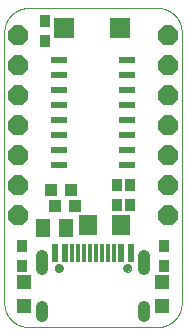
<source format=gts>
G04 EAGLE Gerber RS-274X export*
G75*
%MOMM*%
%FSLAX34Y34*%
%LPD*%
%INSolder Mask top*%
%IPPOS*%
%AMOC8*
5,1,8,0,0,1.08239X$1,22.5*%
G01*
%ADD10C,0.000000*%
%ADD11P,1.814519X8X202.500000*%
%ADD12R,0.900000X1.000000*%
%ADD13R,1.400000X0.600000*%
%ADD14R,0.300000X1.500000*%
%ADD15R,0.600000X1.500000*%
%ADD16C,0.650000*%
%ADD17C,1.000000*%
%ADD18R,1.600000X1.800000*%
%ADD19R,1.100000X1.000000*%
%ADD20R,1.300000X1.500000*%
%ADD21R,1.200000X1.200000*%
%ADD22R,1.800000X1.800000*%


D10*
X20000Y0D02*
X130000Y0D01*
X130483Y6D01*
X130966Y23D01*
X131449Y53D01*
X131930Y93D01*
X132411Y146D01*
X132890Y210D01*
X133367Y285D01*
X133843Y373D01*
X134316Y471D01*
X134786Y581D01*
X135254Y702D01*
X135719Y835D01*
X136180Y979D01*
X136638Y1134D01*
X137092Y1300D01*
X137542Y1477D01*
X137987Y1664D01*
X138428Y1863D01*
X138864Y2071D01*
X139294Y2291D01*
X139720Y2521D01*
X140139Y2761D01*
X140553Y3011D01*
X140960Y3271D01*
X141361Y3540D01*
X141756Y3820D01*
X142143Y4108D01*
X142524Y4407D01*
X142897Y4714D01*
X143262Y5030D01*
X143620Y5355D01*
X143970Y5688D01*
X144312Y6030D01*
X144645Y6380D01*
X144970Y6738D01*
X145286Y7103D01*
X145593Y7476D01*
X145892Y7857D01*
X146180Y8244D01*
X146460Y8639D01*
X146729Y9040D01*
X146989Y9447D01*
X147239Y9861D01*
X147479Y10280D01*
X147709Y10706D01*
X147929Y11136D01*
X148137Y11572D01*
X148336Y12013D01*
X148523Y12458D01*
X148700Y12908D01*
X148866Y13362D01*
X149021Y13820D01*
X149165Y14281D01*
X149298Y14746D01*
X149419Y15214D01*
X149529Y15684D01*
X149627Y16157D01*
X149715Y16633D01*
X149790Y17110D01*
X149854Y17589D01*
X149907Y18070D01*
X149947Y18551D01*
X149977Y19034D01*
X149994Y19517D01*
X150000Y20000D01*
X150000Y250000D01*
X149994Y250483D01*
X149977Y250966D01*
X149947Y251449D01*
X149907Y251930D01*
X149854Y252411D01*
X149790Y252890D01*
X149715Y253367D01*
X149627Y253843D01*
X149529Y254316D01*
X149419Y254786D01*
X149298Y255254D01*
X149165Y255719D01*
X149021Y256180D01*
X148866Y256638D01*
X148700Y257092D01*
X148523Y257542D01*
X148336Y257987D01*
X148137Y258428D01*
X147929Y258864D01*
X147709Y259294D01*
X147479Y259720D01*
X147239Y260139D01*
X146989Y260553D01*
X146729Y260960D01*
X146460Y261361D01*
X146180Y261756D01*
X145892Y262143D01*
X145593Y262524D01*
X145286Y262897D01*
X144970Y263262D01*
X144645Y263620D01*
X144312Y263970D01*
X143970Y264312D01*
X143620Y264645D01*
X143262Y264970D01*
X142897Y265286D01*
X142524Y265593D01*
X142143Y265892D01*
X141756Y266180D01*
X141361Y266460D01*
X140960Y266729D01*
X140553Y266989D01*
X140139Y267239D01*
X139720Y267479D01*
X139294Y267709D01*
X138864Y267929D01*
X138428Y268137D01*
X137987Y268336D01*
X137542Y268523D01*
X137092Y268700D01*
X136638Y268866D01*
X136180Y269021D01*
X135719Y269165D01*
X135254Y269298D01*
X134786Y269419D01*
X134316Y269529D01*
X133843Y269627D01*
X133367Y269715D01*
X132890Y269790D01*
X132411Y269854D01*
X131930Y269907D01*
X131449Y269947D01*
X130966Y269977D01*
X130483Y269994D01*
X130000Y270000D01*
X20000Y270000D01*
X19517Y269994D01*
X19034Y269977D01*
X18551Y269947D01*
X18070Y269907D01*
X17589Y269854D01*
X17110Y269790D01*
X16633Y269715D01*
X16157Y269627D01*
X15684Y269529D01*
X15214Y269419D01*
X14746Y269298D01*
X14281Y269165D01*
X13820Y269021D01*
X13362Y268866D01*
X12908Y268700D01*
X12458Y268523D01*
X12013Y268336D01*
X11572Y268137D01*
X11136Y267929D01*
X10706Y267709D01*
X10280Y267479D01*
X9861Y267239D01*
X9447Y266989D01*
X9040Y266729D01*
X8639Y266460D01*
X8244Y266180D01*
X7857Y265892D01*
X7476Y265593D01*
X7103Y265286D01*
X6738Y264970D01*
X6380Y264645D01*
X6030Y264312D01*
X5688Y263970D01*
X5355Y263620D01*
X5030Y263262D01*
X4714Y262897D01*
X4407Y262524D01*
X4108Y262143D01*
X3820Y261756D01*
X3540Y261361D01*
X3271Y260960D01*
X3011Y260553D01*
X2761Y260139D01*
X2521Y259720D01*
X2291Y259294D01*
X2071Y258864D01*
X1863Y258428D01*
X1664Y257987D01*
X1477Y257542D01*
X1300Y257092D01*
X1134Y256638D01*
X979Y256180D01*
X835Y255719D01*
X702Y255254D01*
X581Y254786D01*
X471Y254316D01*
X373Y253843D01*
X285Y253367D01*
X210Y252890D01*
X146Y252411D01*
X93Y251930D01*
X53Y251449D01*
X23Y250966D01*
X6Y250483D01*
X0Y250000D01*
X0Y20000D01*
X6Y19517D01*
X23Y19034D01*
X53Y18551D01*
X93Y18070D01*
X146Y17589D01*
X210Y17110D01*
X285Y16633D01*
X373Y16157D01*
X471Y15684D01*
X581Y15214D01*
X702Y14746D01*
X835Y14281D01*
X979Y13820D01*
X1134Y13362D01*
X1300Y12908D01*
X1477Y12458D01*
X1664Y12013D01*
X1863Y11572D01*
X2071Y11136D01*
X2291Y10706D01*
X2521Y10280D01*
X2761Y9861D01*
X3011Y9447D01*
X3271Y9040D01*
X3540Y8639D01*
X3820Y8244D01*
X4108Y7857D01*
X4407Y7476D01*
X4714Y7103D01*
X5030Y6738D01*
X5355Y6380D01*
X5688Y6030D01*
X6030Y5688D01*
X6380Y5355D01*
X6738Y5030D01*
X7103Y4714D01*
X7476Y4407D01*
X7857Y4108D01*
X8244Y3820D01*
X8639Y3540D01*
X9040Y3271D01*
X9447Y3011D01*
X9861Y2761D01*
X10280Y2521D01*
X10706Y2291D01*
X11136Y2071D01*
X11572Y1863D01*
X12013Y1664D01*
X12458Y1477D01*
X12908Y1300D01*
X13362Y1134D01*
X13820Y979D01*
X14281Y835D01*
X14746Y702D01*
X15214Y581D01*
X15684Y471D01*
X16157Y373D01*
X16633Y285D01*
X17110Y210D01*
X17589Y146D01*
X18070Y93D01*
X18551Y53D01*
X19034Y23D01*
X19517Y6D01*
X20000Y0D01*
D11*
X138430Y95250D03*
X138430Y120650D03*
X138430Y146050D03*
X138430Y171450D03*
X138430Y196850D03*
X138430Y222250D03*
X138430Y247650D03*
X11430Y95250D03*
X11430Y120650D03*
X11430Y146050D03*
X11430Y171450D03*
X11430Y196850D03*
X11430Y222250D03*
X11430Y247650D03*
D12*
X106302Y120500D03*
X106302Y103500D03*
X95000Y120500D03*
X95000Y103500D03*
D13*
X104000Y137550D03*
X104000Y150250D03*
X104000Y162950D03*
X104000Y175650D03*
X104000Y188350D03*
X104000Y201050D03*
X104000Y213750D03*
X104000Y226450D03*
X46000Y226450D03*
X46000Y213750D03*
X46000Y201050D03*
X46000Y188350D03*
X46000Y175650D03*
X46000Y162950D03*
X46000Y150250D03*
X46000Y137550D03*
D14*
X72500Y62500D03*
X77500Y62500D03*
X67500Y62500D03*
X62500Y62500D03*
X82500Y62500D03*
X87500Y62500D03*
X57500Y62500D03*
X92500Y62500D03*
D15*
X51000Y62500D03*
X99000Y62500D03*
X43000Y62500D03*
X107000Y62500D03*
D10*
X42850Y50000D02*
X42852Y50113D01*
X42858Y50227D01*
X42868Y50340D01*
X42882Y50452D01*
X42899Y50564D01*
X42921Y50676D01*
X42947Y50786D01*
X42976Y50896D01*
X43009Y51004D01*
X43046Y51112D01*
X43087Y51217D01*
X43131Y51322D01*
X43179Y51425D01*
X43230Y51526D01*
X43285Y51625D01*
X43344Y51722D01*
X43406Y51817D01*
X43471Y51910D01*
X43539Y52001D01*
X43610Y52089D01*
X43685Y52175D01*
X43762Y52258D01*
X43842Y52338D01*
X43925Y52415D01*
X44011Y52490D01*
X44099Y52561D01*
X44190Y52629D01*
X44283Y52694D01*
X44378Y52756D01*
X44475Y52815D01*
X44574Y52870D01*
X44675Y52921D01*
X44778Y52969D01*
X44883Y53013D01*
X44988Y53054D01*
X45096Y53091D01*
X45204Y53124D01*
X45314Y53153D01*
X45424Y53179D01*
X45536Y53201D01*
X45648Y53218D01*
X45760Y53232D01*
X45873Y53242D01*
X45987Y53248D01*
X46100Y53250D01*
X46213Y53248D01*
X46327Y53242D01*
X46440Y53232D01*
X46552Y53218D01*
X46664Y53201D01*
X46776Y53179D01*
X46886Y53153D01*
X46996Y53124D01*
X47104Y53091D01*
X47212Y53054D01*
X47317Y53013D01*
X47422Y52969D01*
X47525Y52921D01*
X47626Y52870D01*
X47725Y52815D01*
X47822Y52756D01*
X47917Y52694D01*
X48010Y52629D01*
X48101Y52561D01*
X48189Y52490D01*
X48275Y52415D01*
X48358Y52338D01*
X48438Y52258D01*
X48515Y52175D01*
X48590Y52089D01*
X48661Y52001D01*
X48729Y51910D01*
X48794Y51817D01*
X48856Y51722D01*
X48915Y51625D01*
X48970Y51526D01*
X49021Y51425D01*
X49069Y51322D01*
X49113Y51217D01*
X49154Y51112D01*
X49191Y51004D01*
X49224Y50896D01*
X49253Y50786D01*
X49279Y50676D01*
X49301Y50564D01*
X49318Y50452D01*
X49332Y50340D01*
X49342Y50227D01*
X49348Y50113D01*
X49350Y50000D01*
X49348Y49887D01*
X49342Y49773D01*
X49332Y49660D01*
X49318Y49548D01*
X49301Y49436D01*
X49279Y49324D01*
X49253Y49214D01*
X49224Y49104D01*
X49191Y48996D01*
X49154Y48888D01*
X49113Y48783D01*
X49069Y48678D01*
X49021Y48575D01*
X48970Y48474D01*
X48915Y48375D01*
X48856Y48278D01*
X48794Y48183D01*
X48729Y48090D01*
X48661Y47999D01*
X48590Y47911D01*
X48515Y47825D01*
X48438Y47742D01*
X48358Y47662D01*
X48275Y47585D01*
X48189Y47510D01*
X48101Y47439D01*
X48010Y47371D01*
X47917Y47306D01*
X47822Y47244D01*
X47725Y47185D01*
X47626Y47130D01*
X47525Y47079D01*
X47422Y47031D01*
X47317Y46987D01*
X47212Y46946D01*
X47104Y46909D01*
X46996Y46876D01*
X46886Y46847D01*
X46776Y46821D01*
X46664Y46799D01*
X46552Y46782D01*
X46440Y46768D01*
X46327Y46758D01*
X46213Y46752D01*
X46100Y46750D01*
X45987Y46752D01*
X45873Y46758D01*
X45760Y46768D01*
X45648Y46782D01*
X45536Y46799D01*
X45424Y46821D01*
X45314Y46847D01*
X45204Y46876D01*
X45096Y46909D01*
X44988Y46946D01*
X44883Y46987D01*
X44778Y47031D01*
X44675Y47079D01*
X44574Y47130D01*
X44475Y47185D01*
X44378Y47244D01*
X44283Y47306D01*
X44190Y47371D01*
X44099Y47439D01*
X44011Y47510D01*
X43925Y47585D01*
X43842Y47662D01*
X43762Y47742D01*
X43685Y47825D01*
X43610Y47911D01*
X43539Y47999D01*
X43471Y48090D01*
X43406Y48183D01*
X43344Y48278D01*
X43285Y48375D01*
X43230Y48474D01*
X43179Y48575D01*
X43131Y48678D01*
X43087Y48783D01*
X43046Y48888D01*
X43009Y48996D01*
X42976Y49104D01*
X42947Y49214D01*
X42921Y49324D01*
X42899Y49436D01*
X42882Y49548D01*
X42868Y49660D01*
X42858Y49773D01*
X42852Y49887D01*
X42850Y50000D01*
D16*
X46100Y50000D03*
D10*
X100650Y50000D02*
X100652Y50113D01*
X100658Y50227D01*
X100668Y50340D01*
X100682Y50452D01*
X100699Y50564D01*
X100721Y50676D01*
X100747Y50786D01*
X100776Y50896D01*
X100809Y51004D01*
X100846Y51112D01*
X100887Y51217D01*
X100931Y51322D01*
X100979Y51425D01*
X101030Y51526D01*
X101085Y51625D01*
X101144Y51722D01*
X101206Y51817D01*
X101271Y51910D01*
X101339Y52001D01*
X101410Y52089D01*
X101485Y52175D01*
X101562Y52258D01*
X101642Y52338D01*
X101725Y52415D01*
X101811Y52490D01*
X101899Y52561D01*
X101990Y52629D01*
X102083Y52694D01*
X102178Y52756D01*
X102275Y52815D01*
X102374Y52870D01*
X102475Y52921D01*
X102578Y52969D01*
X102683Y53013D01*
X102788Y53054D01*
X102896Y53091D01*
X103004Y53124D01*
X103114Y53153D01*
X103224Y53179D01*
X103336Y53201D01*
X103448Y53218D01*
X103560Y53232D01*
X103673Y53242D01*
X103787Y53248D01*
X103900Y53250D01*
X104013Y53248D01*
X104127Y53242D01*
X104240Y53232D01*
X104352Y53218D01*
X104464Y53201D01*
X104576Y53179D01*
X104686Y53153D01*
X104796Y53124D01*
X104904Y53091D01*
X105012Y53054D01*
X105117Y53013D01*
X105222Y52969D01*
X105325Y52921D01*
X105426Y52870D01*
X105525Y52815D01*
X105622Y52756D01*
X105717Y52694D01*
X105810Y52629D01*
X105901Y52561D01*
X105989Y52490D01*
X106075Y52415D01*
X106158Y52338D01*
X106238Y52258D01*
X106315Y52175D01*
X106390Y52089D01*
X106461Y52001D01*
X106529Y51910D01*
X106594Y51817D01*
X106656Y51722D01*
X106715Y51625D01*
X106770Y51526D01*
X106821Y51425D01*
X106869Y51322D01*
X106913Y51217D01*
X106954Y51112D01*
X106991Y51004D01*
X107024Y50896D01*
X107053Y50786D01*
X107079Y50676D01*
X107101Y50564D01*
X107118Y50452D01*
X107132Y50340D01*
X107142Y50227D01*
X107148Y50113D01*
X107150Y50000D01*
X107148Y49887D01*
X107142Y49773D01*
X107132Y49660D01*
X107118Y49548D01*
X107101Y49436D01*
X107079Y49324D01*
X107053Y49214D01*
X107024Y49104D01*
X106991Y48996D01*
X106954Y48888D01*
X106913Y48783D01*
X106869Y48678D01*
X106821Y48575D01*
X106770Y48474D01*
X106715Y48375D01*
X106656Y48278D01*
X106594Y48183D01*
X106529Y48090D01*
X106461Y47999D01*
X106390Y47911D01*
X106315Y47825D01*
X106238Y47742D01*
X106158Y47662D01*
X106075Y47585D01*
X105989Y47510D01*
X105901Y47439D01*
X105810Y47371D01*
X105717Y47306D01*
X105622Y47244D01*
X105525Y47185D01*
X105426Y47130D01*
X105325Y47079D01*
X105222Y47031D01*
X105117Y46987D01*
X105012Y46946D01*
X104904Y46909D01*
X104796Y46876D01*
X104686Y46847D01*
X104576Y46821D01*
X104464Y46799D01*
X104352Y46782D01*
X104240Y46768D01*
X104127Y46758D01*
X104013Y46752D01*
X103900Y46750D01*
X103787Y46752D01*
X103673Y46758D01*
X103560Y46768D01*
X103448Y46782D01*
X103336Y46799D01*
X103224Y46821D01*
X103114Y46847D01*
X103004Y46876D01*
X102896Y46909D01*
X102788Y46946D01*
X102683Y46987D01*
X102578Y47031D01*
X102475Y47079D01*
X102374Y47130D01*
X102275Y47185D01*
X102178Y47244D01*
X102083Y47306D01*
X101990Y47371D01*
X101899Y47439D01*
X101811Y47510D01*
X101725Y47585D01*
X101642Y47662D01*
X101562Y47742D01*
X101485Y47825D01*
X101410Y47911D01*
X101339Y47999D01*
X101271Y48090D01*
X101206Y48183D01*
X101144Y48278D01*
X101085Y48375D01*
X101030Y48474D01*
X100979Y48575D01*
X100931Y48678D01*
X100887Y48783D01*
X100846Y48888D01*
X100809Y48996D01*
X100776Y49104D01*
X100747Y49214D01*
X100721Y49324D01*
X100699Y49436D01*
X100682Y49548D01*
X100668Y49660D01*
X100658Y49773D01*
X100652Y49887D01*
X100650Y50000D01*
D16*
X103900Y50000D03*
D10*
X34800Y49500D02*
X34800Y60500D01*
X34800Y49500D02*
X34798Y49393D01*
X34792Y49286D01*
X34783Y49179D01*
X34769Y49073D01*
X34752Y48967D01*
X34731Y48862D01*
X34707Y48758D01*
X34678Y48655D01*
X34646Y48553D01*
X34611Y48452D01*
X34572Y48352D01*
X34529Y48254D01*
X34483Y48157D01*
X34433Y48062D01*
X34380Y47969D01*
X34324Y47878D01*
X34264Y47789D01*
X34202Y47702D01*
X34136Y47618D01*
X34067Y47535D01*
X33996Y47456D01*
X33921Y47379D01*
X33844Y47304D01*
X33765Y47233D01*
X33682Y47164D01*
X33598Y47098D01*
X33511Y47036D01*
X33422Y46976D01*
X33331Y46920D01*
X33238Y46867D01*
X33143Y46817D01*
X33046Y46771D01*
X32948Y46728D01*
X32848Y46689D01*
X32747Y46654D01*
X32645Y46622D01*
X32542Y46593D01*
X32438Y46569D01*
X32333Y46548D01*
X32227Y46531D01*
X32121Y46517D01*
X32014Y46508D01*
X31907Y46502D01*
X31800Y46500D01*
X31693Y46502D01*
X31586Y46508D01*
X31479Y46517D01*
X31373Y46531D01*
X31267Y46548D01*
X31162Y46569D01*
X31058Y46593D01*
X30955Y46622D01*
X30853Y46654D01*
X30752Y46689D01*
X30652Y46728D01*
X30554Y46771D01*
X30457Y46817D01*
X30362Y46867D01*
X30269Y46920D01*
X30178Y46976D01*
X30089Y47036D01*
X30002Y47098D01*
X29918Y47164D01*
X29835Y47233D01*
X29756Y47304D01*
X29679Y47379D01*
X29604Y47456D01*
X29533Y47535D01*
X29464Y47618D01*
X29398Y47702D01*
X29336Y47789D01*
X29276Y47878D01*
X29220Y47969D01*
X29167Y48062D01*
X29117Y48157D01*
X29071Y48254D01*
X29028Y48352D01*
X28989Y48452D01*
X28954Y48553D01*
X28922Y48655D01*
X28893Y48758D01*
X28869Y48862D01*
X28848Y48967D01*
X28831Y49073D01*
X28817Y49179D01*
X28808Y49286D01*
X28802Y49393D01*
X28800Y49500D01*
X28800Y60500D01*
X28802Y60607D01*
X28808Y60714D01*
X28817Y60821D01*
X28831Y60927D01*
X28848Y61033D01*
X28869Y61138D01*
X28893Y61242D01*
X28922Y61345D01*
X28954Y61447D01*
X28989Y61548D01*
X29028Y61648D01*
X29071Y61746D01*
X29117Y61843D01*
X29167Y61938D01*
X29220Y62031D01*
X29276Y62122D01*
X29336Y62211D01*
X29398Y62298D01*
X29464Y62382D01*
X29533Y62465D01*
X29604Y62544D01*
X29679Y62621D01*
X29756Y62696D01*
X29835Y62767D01*
X29918Y62836D01*
X30002Y62902D01*
X30089Y62964D01*
X30178Y63024D01*
X30269Y63080D01*
X30362Y63133D01*
X30457Y63183D01*
X30554Y63229D01*
X30652Y63272D01*
X30752Y63311D01*
X30853Y63346D01*
X30955Y63378D01*
X31058Y63407D01*
X31162Y63431D01*
X31267Y63452D01*
X31373Y63469D01*
X31479Y63483D01*
X31586Y63492D01*
X31693Y63498D01*
X31800Y63500D01*
X31907Y63498D01*
X32014Y63492D01*
X32121Y63483D01*
X32227Y63469D01*
X32333Y63452D01*
X32438Y63431D01*
X32542Y63407D01*
X32645Y63378D01*
X32747Y63346D01*
X32848Y63311D01*
X32948Y63272D01*
X33046Y63229D01*
X33143Y63183D01*
X33238Y63133D01*
X33331Y63080D01*
X33422Y63024D01*
X33511Y62964D01*
X33598Y62902D01*
X33682Y62836D01*
X33765Y62767D01*
X33844Y62696D01*
X33921Y62621D01*
X33996Y62544D01*
X34067Y62465D01*
X34136Y62382D01*
X34202Y62298D01*
X34264Y62211D01*
X34324Y62122D01*
X34380Y62031D01*
X34433Y61938D01*
X34483Y61843D01*
X34529Y61746D01*
X34572Y61648D01*
X34611Y61548D01*
X34646Y61447D01*
X34678Y61345D01*
X34707Y61242D01*
X34731Y61138D01*
X34752Y61033D01*
X34769Y60927D01*
X34783Y60821D01*
X34792Y60714D01*
X34798Y60607D01*
X34800Y60500D01*
D17*
X31800Y60500D02*
X31800Y49500D01*
D10*
X28800Y60500D02*
X28802Y60607D01*
X28808Y60714D01*
X28817Y60821D01*
X28831Y60927D01*
X28848Y61033D01*
X28869Y61138D01*
X28893Y61242D01*
X28922Y61345D01*
X28954Y61447D01*
X28989Y61548D01*
X29028Y61648D01*
X29071Y61746D01*
X29117Y61843D01*
X29167Y61938D01*
X29220Y62031D01*
X29276Y62122D01*
X29336Y62211D01*
X29398Y62298D01*
X29464Y62382D01*
X29533Y62465D01*
X29604Y62544D01*
X29679Y62621D01*
X29756Y62696D01*
X29835Y62767D01*
X29918Y62836D01*
X30002Y62902D01*
X30089Y62964D01*
X30178Y63024D01*
X30269Y63080D01*
X30362Y63133D01*
X30457Y63183D01*
X30554Y63229D01*
X30652Y63272D01*
X30752Y63311D01*
X30853Y63346D01*
X30955Y63378D01*
X31058Y63407D01*
X31162Y63431D01*
X31267Y63452D01*
X31373Y63469D01*
X31479Y63483D01*
X31586Y63492D01*
X31693Y63498D01*
X31800Y63500D01*
X121200Y60500D02*
X121200Y49500D01*
X121198Y49393D01*
X121192Y49286D01*
X121183Y49179D01*
X121169Y49073D01*
X121152Y48967D01*
X121131Y48862D01*
X121107Y48758D01*
X121078Y48655D01*
X121046Y48553D01*
X121011Y48452D01*
X120972Y48352D01*
X120929Y48254D01*
X120883Y48157D01*
X120833Y48062D01*
X120780Y47969D01*
X120724Y47878D01*
X120664Y47789D01*
X120602Y47702D01*
X120536Y47618D01*
X120467Y47535D01*
X120396Y47456D01*
X120321Y47379D01*
X120244Y47304D01*
X120165Y47233D01*
X120082Y47164D01*
X119998Y47098D01*
X119911Y47036D01*
X119822Y46976D01*
X119731Y46920D01*
X119638Y46867D01*
X119543Y46817D01*
X119446Y46771D01*
X119348Y46728D01*
X119248Y46689D01*
X119147Y46654D01*
X119045Y46622D01*
X118942Y46593D01*
X118838Y46569D01*
X118733Y46548D01*
X118627Y46531D01*
X118521Y46517D01*
X118414Y46508D01*
X118307Y46502D01*
X118200Y46500D01*
X118093Y46502D01*
X117986Y46508D01*
X117879Y46517D01*
X117773Y46531D01*
X117667Y46548D01*
X117562Y46569D01*
X117458Y46593D01*
X117355Y46622D01*
X117253Y46654D01*
X117152Y46689D01*
X117052Y46728D01*
X116954Y46771D01*
X116857Y46817D01*
X116762Y46867D01*
X116669Y46920D01*
X116578Y46976D01*
X116489Y47036D01*
X116402Y47098D01*
X116318Y47164D01*
X116235Y47233D01*
X116156Y47304D01*
X116079Y47379D01*
X116004Y47456D01*
X115933Y47535D01*
X115864Y47618D01*
X115798Y47702D01*
X115736Y47789D01*
X115676Y47878D01*
X115620Y47969D01*
X115567Y48062D01*
X115517Y48157D01*
X115471Y48254D01*
X115428Y48352D01*
X115389Y48452D01*
X115354Y48553D01*
X115322Y48655D01*
X115293Y48758D01*
X115269Y48862D01*
X115248Y48967D01*
X115231Y49073D01*
X115217Y49179D01*
X115208Y49286D01*
X115202Y49393D01*
X115200Y49500D01*
X115200Y60500D01*
X115202Y60607D01*
X115208Y60714D01*
X115217Y60821D01*
X115231Y60927D01*
X115248Y61033D01*
X115269Y61138D01*
X115293Y61242D01*
X115322Y61345D01*
X115354Y61447D01*
X115389Y61548D01*
X115428Y61648D01*
X115471Y61746D01*
X115517Y61843D01*
X115567Y61938D01*
X115620Y62031D01*
X115676Y62122D01*
X115736Y62211D01*
X115798Y62298D01*
X115864Y62382D01*
X115933Y62465D01*
X116004Y62544D01*
X116079Y62621D01*
X116156Y62696D01*
X116235Y62767D01*
X116318Y62836D01*
X116402Y62902D01*
X116489Y62964D01*
X116578Y63024D01*
X116669Y63080D01*
X116762Y63133D01*
X116857Y63183D01*
X116954Y63229D01*
X117052Y63272D01*
X117152Y63311D01*
X117253Y63346D01*
X117355Y63378D01*
X117458Y63407D01*
X117562Y63431D01*
X117667Y63452D01*
X117773Y63469D01*
X117879Y63483D01*
X117986Y63492D01*
X118093Y63498D01*
X118200Y63500D01*
X118307Y63498D01*
X118414Y63492D01*
X118521Y63483D01*
X118627Y63469D01*
X118733Y63452D01*
X118838Y63431D01*
X118942Y63407D01*
X119045Y63378D01*
X119147Y63346D01*
X119248Y63311D01*
X119348Y63272D01*
X119446Y63229D01*
X119543Y63183D01*
X119638Y63133D01*
X119731Y63080D01*
X119822Y63024D01*
X119911Y62964D01*
X119998Y62902D01*
X120082Y62836D01*
X120165Y62767D01*
X120244Y62696D01*
X120321Y62621D01*
X120396Y62544D01*
X120467Y62465D01*
X120536Y62382D01*
X120602Y62298D01*
X120664Y62211D01*
X120724Y62122D01*
X120780Y62031D01*
X120833Y61938D01*
X120883Y61843D01*
X120929Y61746D01*
X120972Y61648D01*
X121011Y61548D01*
X121046Y61447D01*
X121078Y61345D01*
X121107Y61242D01*
X121131Y61138D01*
X121152Y61033D01*
X121169Y60927D01*
X121183Y60821D01*
X121192Y60714D01*
X121198Y60607D01*
X121200Y60500D01*
D17*
X118200Y60500D02*
X118200Y49500D01*
D10*
X115200Y60500D02*
X115202Y60607D01*
X115208Y60714D01*
X115217Y60821D01*
X115231Y60927D01*
X115248Y61033D01*
X115269Y61138D01*
X115293Y61242D01*
X115322Y61345D01*
X115354Y61447D01*
X115389Y61548D01*
X115428Y61648D01*
X115471Y61746D01*
X115517Y61843D01*
X115567Y61938D01*
X115620Y62031D01*
X115676Y62122D01*
X115736Y62211D01*
X115798Y62298D01*
X115864Y62382D01*
X115933Y62465D01*
X116004Y62544D01*
X116079Y62621D01*
X116156Y62696D01*
X116235Y62767D01*
X116318Y62836D01*
X116402Y62902D01*
X116489Y62964D01*
X116578Y63024D01*
X116669Y63080D01*
X116762Y63133D01*
X116857Y63183D01*
X116954Y63229D01*
X117052Y63272D01*
X117152Y63311D01*
X117253Y63346D01*
X117355Y63378D01*
X117458Y63407D01*
X117562Y63431D01*
X117667Y63452D01*
X117773Y63469D01*
X117879Y63483D01*
X117986Y63492D01*
X118093Y63498D01*
X118200Y63500D01*
X34800Y17300D02*
X34800Y9300D01*
X34798Y9193D01*
X34792Y9086D01*
X34783Y8979D01*
X34769Y8873D01*
X34752Y8767D01*
X34731Y8662D01*
X34707Y8558D01*
X34678Y8455D01*
X34646Y8353D01*
X34611Y8252D01*
X34572Y8152D01*
X34529Y8054D01*
X34483Y7957D01*
X34433Y7862D01*
X34380Y7769D01*
X34324Y7678D01*
X34264Y7589D01*
X34202Y7502D01*
X34136Y7418D01*
X34067Y7335D01*
X33996Y7256D01*
X33921Y7179D01*
X33844Y7104D01*
X33765Y7033D01*
X33682Y6964D01*
X33598Y6898D01*
X33511Y6836D01*
X33422Y6776D01*
X33331Y6720D01*
X33238Y6667D01*
X33143Y6617D01*
X33046Y6571D01*
X32948Y6528D01*
X32848Y6489D01*
X32747Y6454D01*
X32645Y6422D01*
X32542Y6393D01*
X32438Y6369D01*
X32333Y6348D01*
X32227Y6331D01*
X32121Y6317D01*
X32014Y6308D01*
X31907Y6302D01*
X31800Y6300D01*
X31693Y6302D01*
X31586Y6308D01*
X31479Y6317D01*
X31373Y6331D01*
X31267Y6348D01*
X31162Y6369D01*
X31058Y6393D01*
X30955Y6422D01*
X30853Y6454D01*
X30752Y6489D01*
X30652Y6528D01*
X30554Y6571D01*
X30457Y6617D01*
X30362Y6667D01*
X30269Y6720D01*
X30178Y6776D01*
X30089Y6836D01*
X30002Y6898D01*
X29918Y6964D01*
X29835Y7033D01*
X29756Y7104D01*
X29679Y7179D01*
X29604Y7256D01*
X29533Y7335D01*
X29464Y7418D01*
X29398Y7502D01*
X29336Y7589D01*
X29276Y7678D01*
X29220Y7769D01*
X29167Y7862D01*
X29117Y7957D01*
X29071Y8054D01*
X29028Y8152D01*
X28989Y8252D01*
X28954Y8353D01*
X28922Y8455D01*
X28893Y8558D01*
X28869Y8662D01*
X28848Y8767D01*
X28831Y8873D01*
X28817Y8979D01*
X28808Y9086D01*
X28802Y9193D01*
X28800Y9300D01*
X28800Y17300D01*
X28802Y17407D01*
X28808Y17514D01*
X28817Y17621D01*
X28831Y17727D01*
X28848Y17833D01*
X28869Y17938D01*
X28893Y18042D01*
X28922Y18145D01*
X28954Y18247D01*
X28989Y18348D01*
X29028Y18448D01*
X29071Y18546D01*
X29117Y18643D01*
X29167Y18738D01*
X29220Y18831D01*
X29276Y18922D01*
X29336Y19011D01*
X29398Y19098D01*
X29464Y19182D01*
X29533Y19265D01*
X29604Y19344D01*
X29679Y19421D01*
X29756Y19496D01*
X29835Y19567D01*
X29918Y19636D01*
X30002Y19702D01*
X30089Y19764D01*
X30178Y19824D01*
X30269Y19880D01*
X30362Y19933D01*
X30457Y19983D01*
X30554Y20029D01*
X30652Y20072D01*
X30752Y20111D01*
X30853Y20146D01*
X30955Y20178D01*
X31058Y20207D01*
X31162Y20231D01*
X31267Y20252D01*
X31373Y20269D01*
X31479Y20283D01*
X31586Y20292D01*
X31693Y20298D01*
X31800Y20300D01*
X31907Y20298D01*
X32014Y20292D01*
X32121Y20283D01*
X32227Y20269D01*
X32333Y20252D01*
X32438Y20231D01*
X32542Y20207D01*
X32645Y20178D01*
X32747Y20146D01*
X32848Y20111D01*
X32948Y20072D01*
X33046Y20029D01*
X33143Y19983D01*
X33238Y19933D01*
X33331Y19880D01*
X33422Y19824D01*
X33511Y19764D01*
X33598Y19702D01*
X33682Y19636D01*
X33765Y19567D01*
X33844Y19496D01*
X33921Y19421D01*
X33996Y19344D01*
X34067Y19265D01*
X34136Y19182D01*
X34202Y19098D01*
X34264Y19011D01*
X34324Y18922D01*
X34380Y18831D01*
X34433Y18738D01*
X34483Y18643D01*
X34529Y18546D01*
X34572Y18448D01*
X34611Y18348D01*
X34646Y18247D01*
X34678Y18145D01*
X34707Y18042D01*
X34731Y17938D01*
X34752Y17833D01*
X34769Y17727D01*
X34783Y17621D01*
X34792Y17514D01*
X34798Y17407D01*
X34800Y17300D01*
D17*
X31800Y17300D02*
X31800Y9300D01*
D10*
X28800Y17300D02*
X28802Y17407D01*
X28808Y17514D01*
X28817Y17621D01*
X28831Y17727D01*
X28848Y17833D01*
X28869Y17938D01*
X28893Y18042D01*
X28922Y18145D01*
X28954Y18247D01*
X28989Y18348D01*
X29028Y18448D01*
X29071Y18546D01*
X29117Y18643D01*
X29167Y18738D01*
X29220Y18831D01*
X29276Y18922D01*
X29336Y19011D01*
X29398Y19098D01*
X29464Y19182D01*
X29533Y19265D01*
X29604Y19344D01*
X29679Y19421D01*
X29756Y19496D01*
X29835Y19567D01*
X29918Y19636D01*
X30002Y19702D01*
X30089Y19764D01*
X30178Y19824D01*
X30269Y19880D01*
X30362Y19933D01*
X30457Y19983D01*
X30554Y20029D01*
X30652Y20072D01*
X30752Y20111D01*
X30853Y20146D01*
X30955Y20178D01*
X31058Y20207D01*
X31162Y20231D01*
X31267Y20252D01*
X31373Y20269D01*
X31479Y20283D01*
X31586Y20292D01*
X31693Y20298D01*
X31800Y20300D01*
X121200Y17300D02*
X121200Y9300D01*
X121198Y9193D01*
X121192Y9086D01*
X121183Y8979D01*
X121169Y8873D01*
X121152Y8767D01*
X121131Y8662D01*
X121107Y8558D01*
X121078Y8455D01*
X121046Y8353D01*
X121011Y8252D01*
X120972Y8152D01*
X120929Y8054D01*
X120883Y7957D01*
X120833Y7862D01*
X120780Y7769D01*
X120724Y7678D01*
X120664Y7589D01*
X120602Y7502D01*
X120536Y7418D01*
X120467Y7335D01*
X120396Y7256D01*
X120321Y7179D01*
X120244Y7104D01*
X120165Y7033D01*
X120082Y6964D01*
X119998Y6898D01*
X119911Y6836D01*
X119822Y6776D01*
X119731Y6720D01*
X119638Y6667D01*
X119543Y6617D01*
X119446Y6571D01*
X119348Y6528D01*
X119248Y6489D01*
X119147Y6454D01*
X119045Y6422D01*
X118942Y6393D01*
X118838Y6369D01*
X118733Y6348D01*
X118627Y6331D01*
X118521Y6317D01*
X118414Y6308D01*
X118307Y6302D01*
X118200Y6300D01*
X118093Y6302D01*
X117986Y6308D01*
X117879Y6317D01*
X117773Y6331D01*
X117667Y6348D01*
X117562Y6369D01*
X117458Y6393D01*
X117355Y6422D01*
X117253Y6454D01*
X117152Y6489D01*
X117052Y6528D01*
X116954Y6571D01*
X116857Y6617D01*
X116762Y6667D01*
X116669Y6720D01*
X116578Y6776D01*
X116489Y6836D01*
X116402Y6898D01*
X116318Y6964D01*
X116235Y7033D01*
X116156Y7104D01*
X116079Y7179D01*
X116004Y7256D01*
X115933Y7335D01*
X115864Y7418D01*
X115798Y7502D01*
X115736Y7589D01*
X115676Y7678D01*
X115620Y7769D01*
X115567Y7862D01*
X115517Y7957D01*
X115471Y8054D01*
X115428Y8152D01*
X115389Y8252D01*
X115354Y8353D01*
X115322Y8455D01*
X115293Y8558D01*
X115269Y8662D01*
X115248Y8767D01*
X115231Y8873D01*
X115217Y8979D01*
X115208Y9086D01*
X115202Y9193D01*
X115200Y9300D01*
X115200Y17300D01*
X115202Y17407D01*
X115208Y17514D01*
X115217Y17621D01*
X115231Y17727D01*
X115248Y17833D01*
X115269Y17938D01*
X115293Y18042D01*
X115322Y18145D01*
X115354Y18247D01*
X115389Y18348D01*
X115428Y18448D01*
X115471Y18546D01*
X115517Y18643D01*
X115567Y18738D01*
X115620Y18831D01*
X115676Y18922D01*
X115736Y19011D01*
X115798Y19098D01*
X115864Y19182D01*
X115933Y19265D01*
X116004Y19344D01*
X116079Y19421D01*
X116156Y19496D01*
X116235Y19567D01*
X116318Y19636D01*
X116402Y19702D01*
X116489Y19764D01*
X116578Y19824D01*
X116669Y19880D01*
X116762Y19933D01*
X116857Y19983D01*
X116954Y20029D01*
X117052Y20072D01*
X117152Y20111D01*
X117253Y20146D01*
X117355Y20178D01*
X117458Y20207D01*
X117562Y20231D01*
X117667Y20252D01*
X117773Y20269D01*
X117879Y20283D01*
X117986Y20292D01*
X118093Y20298D01*
X118200Y20300D01*
X118307Y20298D01*
X118414Y20292D01*
X118521Y20283D01*
X118627Y20269D01*
X118733Y20252D01*
X118838Y20231D01*
X118942Y20207D01*
X119045Y20178D01*
X119147Y20146D01*
X119248Y20111D01*
X119348Y20072D01*
X119446Y20029D01*
X119543Y19983D01*
X119638Y19933D01*
X119731Y19880D01*
X119822Y19824D01*
X119911Y19764D01*
X119998Y19702D01*
X120082Y19636D01*
X120165Y19567D01*
X120244Y19496D01*
X120321Y19421D01*
X120396Y19344D01*
X120467Y19265D01*
X120536Y19182D01*
X120602Y19098D01*
X120664Y19011D01*
X120724Y18922D01*
X120780Y18831D01*
X120833Y18738D01*
X120883Y18643D01*
X120929Y18546D01*
X120972Y18448D01*
X121011Y18348D01*
X121046Y18247D01*
X121078Y18145D01*
X121107Y18042D01*
X121131Y17938D01*
X121152Y17833D01*
X121169Y17727D01*
X121183Y17621D01*
X121192Y17514D01*
X121198Y17407D01*
X121200Y17300D01*
D17*
X118200Y17300D02*
X118200Y9300D01*
D10*
X115200Y17300D02*
X115202Y17407D01*
X115208Y17514D01*
X115217Y17621D01*
X115231Y17727D01*
X115248Y17833D01*
X115269Y17938D01*
X115293Y18042D01*
X115322Y18145D01*
X115354Y18247D01*
X115389Y18348D01*
X115428Y18448D01*
X115471Y18546D01*
X115517Y18643D01*
X115567Y18738D01*
X115620Y18831D01*
X115676Y18922D01*
X115736Y19011D01*
X115798Y19098D01*
X115864Y19182D01*
X115933Y19265D01*
X116004Y19344D01*
X116079Y19421D01*
X116156Y19496D01*
X116235Y19567D01*
X116318Y19636D01*
X116402Y19702D01*
X116489Y19764D01*
X116578Y19824D01*
X116669Y19880D01*
X116762Y19933D01*
X116857Y19983D01*
X116954Y20029D01*
X117052Y20072D01*
X117152Y20111D01*
X117253Y20146D01*
X117355Y20178D01*
X117458Y20207D01*
X117562Y20231D01*
X117667Y20252D01*
X117773Y20269D01*
X117879Y20283D01*
X117986Y20292D01*
X118093Y20298D01*
X118200Y20300D01*
D18*
X99000Y86000D03*
X71000Y86000D03*
D12*
X34666Y241834D03*
X34666Y258834D03*
X135000Y51500D03*
X135000Y68500D03*
X15000Y51500D03*
X15000Y68500D03*
D19*
X59850Y102740D03*
X42850Y102740D03*
X39252Y115904D03*
X56252Y115904D03*
D20*
X52040Y83492D03*
X33040Y83492D03*
D21*
X16510Y17940D03*
X16510Y37940D03*
X133350Y17940D03*
X133350Y37940D03*
D22*
X50168Y253238D03*
X98168Y253238D03*
M02*

</source>
